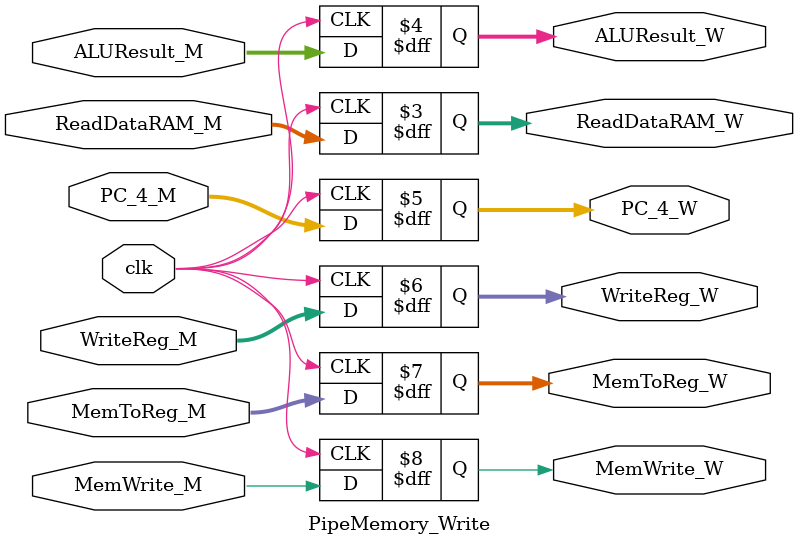
<source format=v>
/*Pipeline para la etapa de memory/write back

*/

module PipeMemory_Write
(
	input clk,
	
	input [1:0]MemToReg_M, 
	input MemWrite_M,
	
	output reg[1:0]MemToReg_W, 
	output reg MemWrite_W,
	
	input [31:0]ReadDataRAM_M,
	input [31:0]ALUResult_M,
	input [31:0]PC_4_M,
	input [4:0]WriteReg_M,
	
	output reg[31:0]ReadDataRAM_W,
	output reg[31:0]ALUResult_W,
	output reg[31:0]PC_4_W,
	output reg[4:0]WriteReg_W
	
);



	always@(negedge clk)
	begin		
		MemToReg_W = MemToReg_M;
		MemWrite_W = MemWrite_M;

	end
	
	always@(negedge clk)
	begin
		ReadDataRAM_W = ReadDataRAM_M;
		ALUResult_W = ALUResult_M;
		PC_4_W = PC_4_M;
		WriteReg_W = WriteReg_M;
	end
endmodule
</source>
